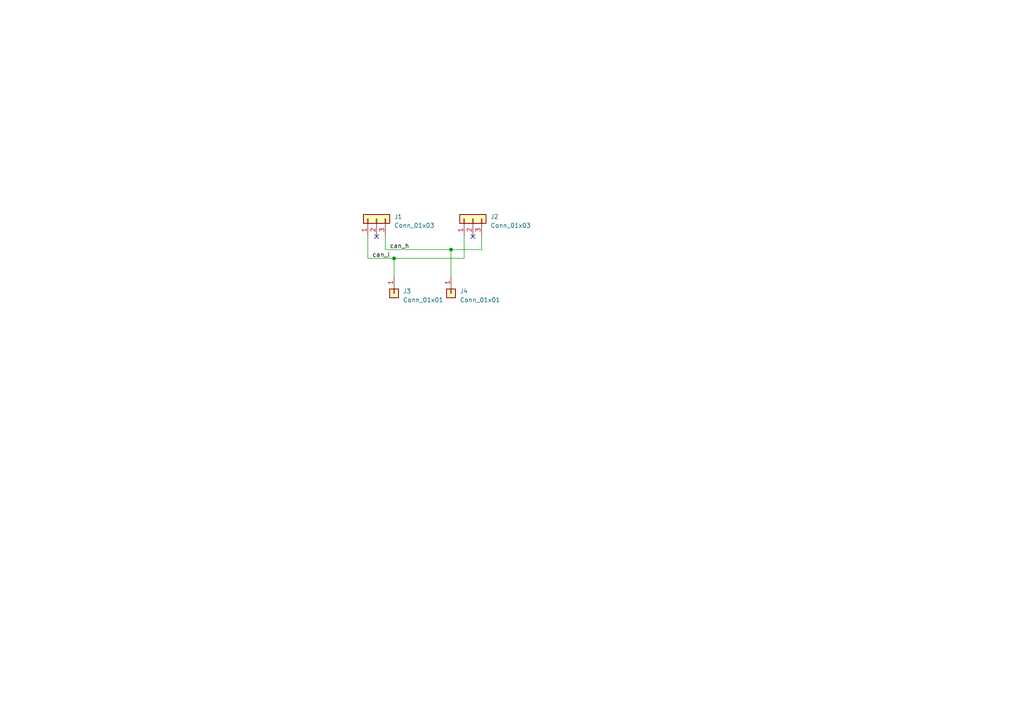
<source format=kicad_sch>
(kicad_sch (version 20230121) (generator eeschema)
  (paper "A4")
  (lib_symbols
    (symbol "Connector_Generic:Conn_01x01" (pin_names (offset 1.016) hide)
      (property "Reference" "J" (at 0 2.54 0))
      (property "Value" "Conn_01x01" (at 0 -2.54 0))
      (symbol "Conn_01x01_1_1"
        (rectangle (start -1.27 0.127) (end 0 -0.127) (stroke (width 0.1524)))
        (rectangle (start -1.27 1.27) (end 1.27 -1.27) (stroke (width 0.254)) (fill (type background)))
        (pin passive line (at -5.08 0 0) (length 3.81) (name "Pin_1") (number "1"))
      )
    )
    (symbol "Connector_Generic:Conn_01x03" (pin_names (offset 1.016) hide)
      (property "Reference" "J" (at 0 5.08 0))
      (property "Value" "Conn_01x03" (at 0 -5.08 0))
      (symbol "Conn_01x03_1_1"
        (rectangle (start -1.27 -2.413) (end 0 -2.667) (stroke (width 0.1524)))
        (rectangle (start -1.27 0.127) (end 0 -0.127) (stroke (width 0.1524)))
        (rectangle (start -1.27 2.667) (end 0 2.413) (stroke (width 0.1524)))
        (rectangle (start -1.27 3.81) (end 1.27 -3.81) (stroke (width 0.254)) (fill (type background)))
        (pin passive line (at -5.08 2.54 0) (length 3.81) (name "Pin_1") (number "1"))
        (pin passive line (at -5.08 0 0) (length 3.81) (name "Pin_2") (number "2"))
        (pin passive line (at -5.08 -2.54 0) (length 3.81) (name "Pin_3") (number "3"))
      )
    )
  )
  (junction (at 130.81 72.39))
  (junction (at 114.3 74.93))
  (no_connect (at 109.22 68.58))
  (no_connect (at 137.16 68.58))
  (wire (pts (xy 130.81 72.39) (xy 139.7 72.39)))
  (wire (pts (xy 139.7 72.39) (xy 139.7 68.58)))
  (wire (pts (xy 114.3 80.01) (xy 114.3 74.93)))
  (wire (pts (xy 114.3 74.93) (xy 134.62 74.93)))
  (wire (pts (xy 111.76 72.39) (xy 111.76 68.58)))
  (wire (pts (xy 130.81 72.39) (xy 111.76 72.39)))
  (wire (pts (xy 130.81 80.01) (xy 130.81 72.39)))
  (wire (pts (xy 134.62 74.93) (xy 134.62 68.58)))
  (wire (pts (xy 114.3 74.93) (xy 106.68 74.93)))
  (wire (pts (xy 106.68 74.93) (xy 106.68 68.58)))
  (label "can_h" (at 113.03 72.39 0))
  (label "can_l" (at 107.95 74.93 0))
  (symbol (lib_id "Connector_Generic:Conn_01x03") (at 137.16 63.5 90) (unit 1)
    (property "Reference" "J2" (at 142.24 62.865 90) (effects (justify right)))
    (property "Value" "Conn_01x03" (at 142.24 65.405 90) (effects (justify right)))
    (property "Footprint" "Connector_PinSocket_2.54mm:PinSocket_1x03_P2.54mm_Vertical" (effects hide))
  )
  (symbol (lib_id "Connector_Generic:Conn_01x01") (at 130.81 85.09 270) (unit 1)
    (property "Reference" "J4" (at 133.35 84.455 90) (effects (justify left)))
    (property "Value" "Conn_01x01" (at 133.35 86.995 90) (effects (justify left)))
    (property "Footprint" "MountingHole:MountingHole_2.7mm_M2.5_DIN965_Pad" (effects hide))
  )
  (symbol (lib_id "Connector_Generic:Conn_01x03") (at 109.22 63.5 90) (unit 1)
    (property "Reference" "J1" (at 114.3 62.865 90) (effects (justify right)))
    (property "Value" "Conn_01x03" (at 114.3 65.405 90) (effects (justify right)))
    (property "Footprint" "Connector_PinSocket_2.54mm:PinSocket_1x03_P2.54mm_Vertical" (effects hide))
  )
  (symbol (lib_id "Connector_Generic:Conn_01x01") (at 114.3 85.09 270) (unit 1)
    (property "Reference" "J3" (at 116.84 84.455 90) (effects (justify left)))
    (property "Value" "Conn_01x01" (at 116.84 86.995 90) (effects (justify left)))
    (property "Footprint" "MountingHole:MountingHole_2.7mm_M2.5_DIN965_Pad" (effects hide))
  )
)
</source>
